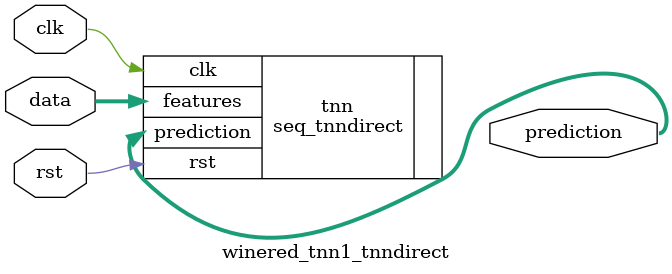
<source format=v>












module winered_tnn1_tnndirect #(

parameter FEAT_CNT = 11,
parameter HIDDEN_CNT = 40,
parameter FEAT_BITS = 4,
parameter CLASS_CNT = 6,
parameter TEST_CNT = 1000




  ) (
  input clk,
  input rst,
  input [FEAT_CNT*FEAT_BITS-1:0] data,
  output [$clog2(CLASS_CNT)-1:0] prediction
  );

  seq_tnndirect #(
      .FEAT_CNT(FEAT_CNT),.FEAT_BITS(FEAT_BITS),.HIDDEN_CNT(HIDDEN_CNT),.CLASS_CNT(CLASS_CNT),
  .SPARSE_VALS(440'b00011100000000110110110000000000000000011001010001000010000100000111001000000101001011010001000100010100000101000010100110001000011010000010001001001011011000010100000010110100001001001011100101000100000101000010100000001001010000010111100100010010001011001000000000001000010000111011101010110010110000000010100000000000100000000010000001111000010111101001000010000000000000010011001100000001011000101010000000000000000010100000001000100100),
  .MASK(440'b11111100100001110110110000001001000010111011011111011011110100010111001011101101101011111101000101011111100101010010101110101100011010001010101111101111111010110101011110111100001011111111100101001111100111001010100001011111110000110111110100110011101011011010111001101000010000111111101110110011111010100110100111001100101100011010000101111110010111111001111010101001001010011111001111111011011010101110000010001100101010110100101011111111),
  .NONZERO_CNT(640'h070702060806070805080605050a0608080607040707070704070806060506080704080805040609),
  .SPARSE_VALS2(71'b11111010010011110001001011010000111010010110011001101111011010010001010),  // Bits of not-zeroes
  .COL_INDICES(568'h2523211e190e0d0c08060400252421201f1d1916140f0e0c0b070302010027222120170c06012321190e0d0c0908040100231d1c0d0b0a0905271e1d1c1a171612110c04030200), // Column of non-zeros
  .ROW_PTRS(56'h473b2921160e00) // Column of non-zeros // Start indices per row
      ) tnn (
    .clk(clk),
    .rst(rst),
    .features(data),
    .prediction(prediction)
  );

endmodule

</source>
